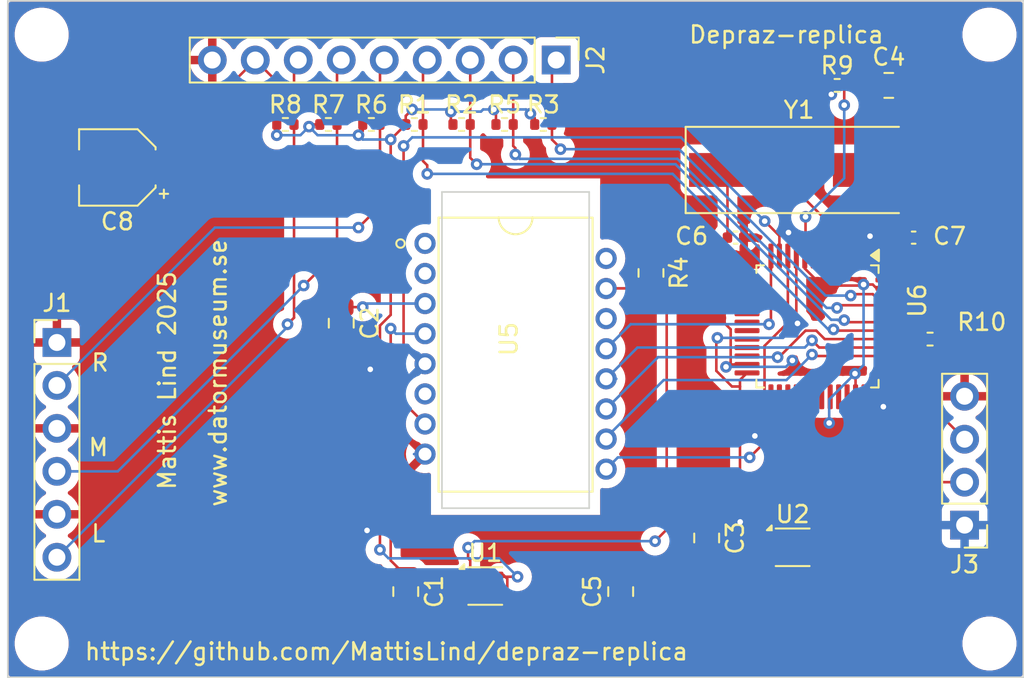
<source format=kicad_pcb>
(kicad_pcb (version 20240108) (generator "pcbnew") (generator_version "8.0")
  (layers (0 "F.Cu" signal) (31 "B.Cu" signal) (35 "F.Paste" user) (36 "B.SilkS" user "B.Silkscreen") (37 "F.SilkS" user "F.Silkscreen") (38 "B.Mask" user) (39 "F.Mask" user) (44 "Edge.Cuts" user))
  (net 0 "")
  (net 1 "GND")
  (net 2 "1.9V")
  (net 3 "Net-(U5-Vddpix)")
  (net 4 "+3.3V")
  (net 5 "Net-(U6-NRST)")
  (net 6 "+5V")
  (net 7 "Net-(U6-PD1)")
  (net 8 "Net-(U6-PD0)")
  (net 9 "Net-(J1-Pin_6)")
  (net 10 "Net-(J1-Pin_4)")
  (net 11 "Net-(J1-Pin_2)")
  (net 12 "Net-(J2-Pin_2)")
  (net 13 "Net-(J2-Pin_3)")
  (net 14 "Net-(J2-Pin_4)")
  (net 15 "Net-(J2-Pin_1)")
  (net 16 "Net-(J3-Pin_3)")
  (net 17 "Net-(J3-Pin_2)")
  (net 18 "Net-(U5-LED_P)")
  (net 24 "Net-(U5-MISO)")
  (net 26 "Net-(U5-NCS)")
  (net 29 "Net-(U5-MOTION)")
  (net 31 "Net-(U5-MOSI)")
  (net 32 "Net-(U5-NRESET)")
  (net 33 "Net-(U5-SCLK)")
  (net 57 "Net-(U6-BOOT0)")
  (footprint "Connector_PinHeader_2.54mm:PinHeader_1x06_P2.54mm_Vertical" (layer "F.Cu") (at 122.9 80.2)
    (property "Reference" "J1")
    (property "Value" "Switches")
  )
  (footprint "depraz_board:pmw3389" (layer "F.Cu") (at 150 80 -90)
    (property "Reference" "U5")
    (property "Value" "PMW3389DM")
  )
  (footprint "Crystal:Crystal_SMD_HC49-SD" (layer "F.Cu") (at 166.75 70)
    (property "Reference" "Y1")
    (property "Value" "Crystal")
  )
  (footprint "MountingHole:MountingHole_2.7mm_M2.5" (layer "F.Cu") (at 178 62)
    (property "Reference" "H3" (hide yes))
    (property "Value" "MountingHole" (hide yes))
  )
  (footprint "Resistor_SMD:R_0402_1005Metric" (layer "F.Cu") (at 149.35 67.31)
    (property "Reference" "R5")
    (property "Value" "2k")
  )
  (footprint "Connector_PinHeader_2.54mm:PinHeader_1x04_P2.54mm_Vertical" (layer "F.Cu") (at 176.53 91 180)
    (property "Reference" "J3")
    (property "Value" "SWD")
  )
  (footprint "Capacitor_SMD:C_0402_1005Metric" (layer "F.Cu") (at 163 74)
    (property "Reference" "C6")
    (property "Value" "20p")
  )
  (footprint "Capacitor_SMD:C_0805_2012Metric" (layer "F.Cu") (at 139.7 79.06 -90)
    (property "Reference" "C2")
    (property "Value" "4.7uF")
  )
  (footprint "Resistor_SMD:R_0402_1005Metric" (layer "F.Cu") (at 136.4 67.31)
    (property "Reference" "R8")
    (property "Value" "2k")
  )
  (footprint "Capacitor_SMD:C_0402_1005Metric" (layer "F.Cu") (at 173.52 74)
    (property "Reference" "C7")
    (property "Value" "20p")
  )
  (footprint "Capacitor_SMD:C_0805_2012Metric" (layer "F.Cu") (at 156.21 94.93 90)
    (property "Reference" "C5")
    (property "Value" "1u")
  )
  (footprint "Capacitor_SMD:C_0805_2012Metric" (layer "F.Cu") (at 143.51 94.93 -90)
    (property "Reference" "C1")
    (property "Value" "1u")
  )
  (footprint "Resistor_SMD:R_0402_1005Metric" (layer "F.Cu") (at 141.48 67.31)
    (property "Reference" "R6")
    (property "Value" "2k")
  )
  (footprint "Package_SON:WSON-6-1EP_2x2mm_P0.65mm_EP1x1.6mm" (layer "F.Cu") (at 166.37 92.31)
    (property "Reference" "U2")
    (property "Value" "TLV75533PDRV")
  )
  (footprint "Resistor_SMD:R_0402_1005Metric" (layer "F.Cu") (at 151.64 67.31)
    (property "Reference" "R3")
    (property "Value" "2k")
  )
  (footprint "MountingHole:MountingHole_2.7mm_M2.5" (layer "F.Cu") (at 178 98)
    (property "Reference" "H4" (hide yes))
    (property "Value" "MountingHole" (hide yes))
  )
  (footprint "Connector_PinHeader_2.54mm:PinHeader_1x09_P2.54mm_Vertical" (layer "F.Cu") (at 152.4 63.5 -90)
    (property "Reference" "J2")
    (property "Value" "Host")
  )
  (footprint "Resistor_SMD:R_0402_1005Metric" (layer "F.Cu") (at 174.49 80)
    (property "Reference" "R10")
    (property "Value" "2k")
  )
  (footprint "Capacitor_SMD:C_0805_2012Metric" (layer "F.Cu") (at 172.05 65)
    (property "Reference" "C4")
    (property "Value" "1u")
  )
  (footprint "Package_QFP:LQFP-48_7x7mm_P0.5mm" (layer "F.Cu") (at 167.8375 79.25 -90)
    (property "Reference" "U6")
    (property "Value" "STM32F103C8Tx")
  )
  (footprint "Resistor_SMD:R_0402_1005Metric" (layer "F.Cu") (at 138.94 67.31)
    (property "Reference" "R7")
    (property "Value" "2k")
  )
  (footprint "Capacitor_SMD:CP_Elec_4x5.4" (layer "F.Cu") (at 126.47 69.85 180)
    (property "Reference" "C8")
    (property "Value" "22u")
  )
  (footprint "Resistor_SMD:R_0402_1005Metric" (layer "F.Cu") (at 146.81 67.31)
    (property "Reference" "R2")
    (property "Value" "2k")
  )
  (footprint "Resistor_SMD:R_0402_1005Metric" (layer "F.Cu") (at 144.02 67.31)
    (property "Reference" "R1")
    (property "Value" "2k")
  )
  (footprint "Resistor_SMD:R_0805_2012Metric" (layer "F.Cu") (at 158 76.0875 -90)
    (property "Reference" "R4")
    (property "Value" "13")
  )
  (footprint "MountingHole:MountingHole_2.7mm_M2.5" (layer "F.Cu") (at 122 62)
    (property "Reference" "H2" (hide yes))
    (property "Value" "MountingHole" (hide yes))
  )
  (footprint "Capacitor_SMD:C_0805_2012Metric" (layer "F.Cu") (at 161.29 91.76 -90)
    (property "Reference" "C3")
    (property "Value" "1u")
  )
  (footprint "Package_SON:WSON-6-1EP_2x2mm_P0.65mm_EP1x1.6mm" (layer "F.Cu") (at 148.2075 94.6)
    (property "Reference" "U1")
    (property "Value" "TLV75519PDRV")
  )
  (footprint "MountingHole:MountingHole_2.7mm_M2.5" (layer "F.Cu") (at 122 98)
    (property "Reference" "H1" (hide yes))
    (property "Value" "MountingHole" (hide yes))
  )
  (footprint "Resistor_SMD:R_0402_1005Metric" (layer "F.Cu") (at 169 65)
    (property "Reference" "R9")
    (property "Value" "2k")
  )
  (gr_line (start 154.35 71.3) (end 154.35 90) (stroke (width 0.1)) (layer "Edge.Cuts"))
  (gr_line (start 120 100) (end 120 60) (stroke (width 0.1)) (layer "Edge.Cuts"))
  (gr_line (start 120 60) (end 180 60) (stroke (width 0.1)) (layer "Edge.Cuts"))
  (gr_line (start 154.35 90) (end 145.65 90) (stroke (width 0.1)) (layer "Edge.Cuts"))
  (gr_line (start 180 100) (end 120 100) (stroke (width 0.1)) (layer "Edge.Cuts"))
  (gr_line (start 145.65 90) (end 145.65 71.3) (stroke (width 0.1)) (layer "Edge.Cuts"))
  (gr_line (start 145.65 71.3) (end 154.35 71.3) (stroke (width 0.1)) (layer "Edge.Cuts"))
  (gr_line (start 180 60) (end 180 100) (stroke (width 0.1)) (layer "Edge.Cuts"))
  (gr_text "M" (at 125.35 86.4 0) (layer "F.SilkS") (effects (font (size 1 1))))
  (gr_text "R" (at 125.45 81.4 0) (layer "F.SilkS") (effects (font (size 1 1))))
  (gr_text "Depraz-replica" (at 166 62 0) (layer "F.SilkS") (effects (font (size 1 1))))
  (gr_text "www.datormuseum.se" (at 133 90 90) (layer "F.SilkS") (effects (font (size 1 1)) (justify left bottom)))
  (gr_text "L" (at 125.35 91.5 0) (layer "F.SilkS") (effects (font (size 1 1))))
  (gr_text "Mattis Lind 2025" (at 130 89 90) (layer "F.SilkS") (effects (font (size 1 1)) (justify left bottom)))
  (gr_text "https://github.com/MattisLind/depraz-replica" (at 124.46 99.06 0) (layer "F.SilkS") (effects (font (size 1 1)) (justify left bottom)))
  (segment (start 170.0875 82.0765) (end 170.053 82.042) (width 0.1524) (layer "F.Cu") (net 1))
  (segment (start 143.51 95.88) (end 143.51 97.0026) (width 0.1524) (layer "F.Cu") (net 1))
  (segment (start 148.971 92.8116) (end 148.971 92.0496) (width 0.1524) (layer "F.Cu") (net 1))
  (segment (start 170.28615 76.835) (end 168.097501 76.835) (width 0.1524) (layer "F.Cu") (net 1))
  (segment (start 171.102566 76.7715) (end 171.331066 77) (width 0.1524) (layer "F.Cu") (net 1))
  (segment (start 148.971 92.8116) (end 148.971 92.8841) (width 0.1524) (layer "F.Cu") (net 1))
  (segment (start 156.21 93.98) (end 156.1846 93.9546) (width 0.1524) (layer "F.Cu") (net 1))
  (segment (start 163.5506 92.71) (end 164.7444 93.9038) (width 0.1524) (layer "F.Cu") (net 1))
  (segment (start 175.7375 80) (end 175.86875 80.13125) (width 0.1524) (layer "F.Cu") (net 1))
  (segment (start 173 66.6248) (end 174 67.6248) (width 0.1524) (layer "F.Cu") (net 1))
  (segment (start 174 74) (end 174 77.841) (width 0.1524) (layer "F.Cu") (net 1))
  (segment (start 175.86875 78.613) (end 174.3505 78.613) (width 0.1524) (layer "F.Cu") (net 1))
  (segment (start 122.9 74.1532) (end 124.67 72.3832) (width 0.1524) (layer "F.Cu") (net 1))
  (segment (start 176.53 83.38) (end 176.53 80.792501) (width 0.1524) (layer "F.Cu") (net 1))
  (segment (start 166.353239 81.263239) (end 167.132 82.042) (width 0.1524) (layer "F.Cu") (net 1))
  (segment (start 151.892 93.9546) (end 150.749 92.8116) (width 0.1524) (layer "F.Cu") (net 1))
  (segment (start 148.971 92.0496) (end 148.1074 91.186) (width 0.1524) (layer "F.Cu") (net 1))
  (segment (start 143.51 97.0026) (end 143.6116 97.1042) (width 0.1524) (layer "F.Cu") (net 1))
  (segment (start 150.749 92.8116) (end 148.971 92.8116) (width 0.1524) (layer "F.Cu") (net 1))
  (segment (start 120.8532 80.2) (end 122.9 80.2) (width 0.1524) (layer "F.Cu") (net 1))
  (segment (start 167.132 82.042) (end 170.053 82.042) (width 0.1524) (layer "F.Cu") (net 1))
  (segment (start 143.6116 97.1042) (end 147.32 97.1042) (width 0.1524) (layer "F.Cu") (net 1))
  (segment (start 162.1282 78.8416) (end 162.7089 79.4223) (width 0.1524) (layer "F.Cu") (net 1))
  (segment (start 174 67.6248) (end 174 74) (width 0.1524) (layer "F.Cu") (net 1))
  (segment (start 143.6624 87.7876) (end 144.65 86.8) (width 0.1524) (layer "F.Cu") (net 1))
  (segment (start 170.34965 76.7715) (end 170.28615 76.835) (width 0.1524) (layer "F.Cu") (net 1))
  (segment (start 163.48 74) (end 163.48 74.8736) (width 0.1524) (layer "F.Cu") (net 1))
  (segment (start 170.0875 83.4125) (end 170.0875 82.0765) (width 0.1524) (layer "F.Cu") (net 1))
  (segment (start 173 65) (end 173 66.6248) (width 0.1524) (layer "F.Cu") (net 1))
  (segment (start 139.7 80.01) (end 139.7 95.88) (width 0.1524) (layer "F.Cu") (net 1))
  (segment (start 147.32 97.1042) (end 147.32 95.25) (width 0.1524) (layer "F.Cu") (net 1))
  (segment (start 176.53 80.792501) (end 175.86875 80.13125) (width 0.1524) (layer "F.Cu") (net 1))
  (segment (start 120.8532 90.36) (end 120.8532 85.28) (width 0.1524) (layer "F.Cu") (net 1))
  (segment (start 164.7444 93.9038) (end 165.3794 93.9038) (width 0.1524) (layer "F.Cu") (net 1))
  (segment (start 161.29 92.71) (end 163.5506 92.71) (width 0.1524) (layer "F.Cu") (net 1))
  (segment (start 148.971 92.8841) (end 148.2075 93.6476) (width 0.1524) (layer "F.Cu") (net 1))
  (segment (start 124.67 72.3832) (end 124.67 69.85) (width 0.1524) (layer "F.Cu") (net 1))
  (segment (start 161.163 93.98) (end 161.29 93.853) (width 0.1524) (layer "F.Cu") (net 1))
  (segment (start 127.9398 63.5) (end 132.08 63.5) (width 0.1524) (layer "F.Cu") (net 1))
  (segment (start 170.561 76.7715) (end 171.102566 76.7715) (width 0.1524) (layer "F.Cu") (net 1))
  (segment (start 162.7089 79.4223) (end 162.7089 81.365574) (width 0.1524) (layer "F.Cu") (net 1))
  (segment (start 161.29 93.853) (end 161.29 92.71) (width 0.1524) (layer "F.Cu") (net 1))
  (segment (start 122.9 90.36) (end 120.8532 90.36) (width 0.1524) (layer "F.Cu") (net 1))
  (segment (start 122.9 85.28) (end 120.8532 85.28) (width 0.1524) (layer "F.Cu") (net 1))
  (segment (start 175 80) (end 175.7375 80) (width 0.1524) (layer "F.Cu") (net 1))
  (segment (start 120.8532 85.28) (end 120.8532 80.2) (width 0.1524) (layer "F.Cu") (net 1))
  (segment (start 175.86875 80.13125) (end 175.86875 78.613) (width 0.1524) (layer "F.Cu") (net 1))
  (segment (start 156.1846 93.9546) (end 151.892 93.9546) (width 0.1524) (layer "F.Cu") (net 1))
  (segment (start 143.6624 89.535) (end 143.6624 87.7876) (width 0.1524) (layer "F.Cu") (net 1))
  (segment (start 145.3134 91.186) (end 143.6624 89.535) (width 0.1524) (layer "F.Cu") (net 1))
  (segment (start 122.9 80.2) (end 139.51 80.2) (width 0.1524) (layer "F.Cu") (net 1))
  (segment (start 166.37 92.31) (end 166.37 87.122) (width 0.1524) (layer "F.Cu") (net 1))
  (segment (start 165.4825 93.8007) (end 165.4825 92.96) (width 0.1524) (layer "F.Cu") (net 1))
  (segment (start 174 77.841) (end 173.78925 78.05175) (width 0.1524) (layer "F.Cu") (net 1))
  (segment (start 139.7 95.88) (end 143.51 95.88) (width 0.1524) (layer "F.Cu") (net 1))
  (segment (start 174.3505 78.613) (end 173.78925 78.05175) (width 0.1524) (layer "F.Cu") (net 1))
  (segment (start 171.331066 77) (end 172 77) (width 0.1524) (layer "F.Cu") (net 1))
  (segment (start 156.21 93.98) (end 161.163 93.98) (width 0.1524) (layer "F.Cu") (net 1))
  (segment (start 162.574474 81.5) (end 162.433 81.641474) (width 0.1524) (layer "F.Cu") (net 1))
  (segment (start 165.3794 93.9038) (end 165.4825 93.8007) (width 0.1524) (layer "F.Cu") (net 1))
  (segment (start 172.737499 77) (end 172 77) (width 0.1524) (layer "F.Cu") (net 1))
  (segment (start 148.1074 91.186) (end 145.3134 91.186) (width 0.1524) (layer "F.Cu") (net 1))
  (segment (start 167.0875 75.824999) (end 167.0875 75.0875) (width 0.1524) (layer "F.Cu") (net 1))
  (segment (start 166.37 87.122) (end 168.529 84.963) (width 0.1524) (layer "F.Cu") (net 1))
  (segment (start 124.67 66.7698) (end 127.9398 63.5) (width 0.1524) (layer "F.Cu") (net 1))
  (segment (start 148.2075 93.6476) (end 148.2075 94.6) (width 0.1524) (layer "F.Cu") (net 1))
  (segment (start 163.675 81.5) (end 162.574474 81.5) (width 0.1524) (layer "F.Cu") (net 1))
  (segment (start 162.7089 81.365574) (end 162.433 81.641474) (width 0.1524) (layer "F.Cu") (net 1))
  (segment (start 168.097501 76.835) (end 167.0875 75.824999) (width 0.1524) (layer "F.Cu") (net 1))
  (segment (start 139.51 80.2) (end 139.7 80.01) (width 0.1524) (layer "F.Cu") (net 1))
  (segment (start 124.67 69.85) (end 124.67 66.7698) (width 0.1524) (layer "F.Cu") (net 1))
  (segment (start 122.9 80.2) (end 122.9 74.1532) (width 0.1524) (layer "F.Cu") (net 1))
  (segment (start 173.78925 78.05175) (end 172.737499 77) (width 0.1524) (layer "F.Cu") (net 1))
  (segment (start 163.48 74.8736) (end 162.1282 76.2254) (width 0.1524) (layer "F.Cu") (net 1))
  (segment (start 170.561 76.7715) (end 170.34965 76.7715) (width 0.1524) (layer "F.Cu") (net 1))
  (segment (start 162.1282 76.2254) (end 162.1282 78.8416) (width 0.1524) (layer "F.Cu") (net 1))
  (via (at 162.433 81.641474) (size 0.6858) (drill 0.3302) (layers "F.Cu" "B.Cu") (net 1))
  (via (at 166.353239 81.263239) (size 0.6858) (drill 0.3302) (layers "F.Cu" "B.Cu") (net 1))
  (via (at 170.561 76.7715) (size 0.6858) (drill 0.3302) (layers "F.Cu" "B.Cu") (net 1))
  (via (at 170.053 82.042) (size 0.6858) (drill 0.3302) (layers "F.Cu" "B.Cu") (net 1))
  (via (at 168.529 84.963) (size 0.6858) (drill 0.3302) (layers "F.Cu" "B.Cu") (net 1))
  (segment (start 165.975004 81.641474) (end 166.353239 81.263239) (width 0.1524) (layer "B.Cu") (net 1))
  (segment (start 168.529 84.963) (end 168.529 83.566) (width 0.1524) (layer "B.Cu") (net 1))
  (segment (start 170.561 81.534) (end 170.053 82.042) (width 0.1524) (layer "B.Cu") (net 1))
  (segment (start 168.529 83.566) (end 170.053 82.042) (width 0.1524) (layer "B.Cu") (net 1))
  (segment (start 170.561 76.7715) (end 170.561 81.534) (width 0.1524) (layer "B.Cu") (net 1))
  (segment (start 144.65 86.8) (end 144 86.8) (width 0.1524) (layer "B.Cu") (net 1))
  (segment (start 162.433 81.641474) (end 165.975004 81.641474) (width 0.1524) (layer "B.Cu") (net 1))
  (segment (start 143.51 93.98) (end 142.621 93.091) (width 0.1524) (layer "F.Cu") (net 2))
  (segment (start 158 75.175) (end 158.9286 76.1036) (width 0.1524) (layer "F.Cu") (net 2))
  (segment (start 142.621 93.091) (end 142.621 79.375) (width 0.1524) (layer "F.Cu") (net 2))
  (segment (start 147.32 93.091) (end 147.32 93.95) (width 0.1524) (layer "F.Cu") (net 2))
  (segment (start 158.9286 91.2614) (end 158.242 91.948) (width 0.1524) (layer "F.Cu") (net 2))
  (segment (start 147.193 92.964) (end 147.32 93.091) (width 0.1524) (layer "F.Cu") (net 2))
  (segment (start 147.193 92.329) (end 147.193 92.964) (width 0.1524) (layer "F.Cu") (net 2))
  (segment (start 158.9286 76.1036) (end 158.9286 91.2614) (width 0.1524) (layer "F.Cu") (net 2))
  (segment (start 143.54 93.95) (end 143.51 93.98) (width 0.1524) (layer "F.Cu") (net 2))
  (segment (start 147.32 93.95) (end 143.54 93.95) (width 0.1524) (layer "F.Cu") (net 2))
  (via (at 142.621 79.375) (size 0.6858) (drill 0.3302) (layers "F.Cu" "B.Cu") (net 2))
  (via (at 147.193 92.329) (size 0.6858) (drill 0.3302) (layers "F.Cu" "B.Cu") (net 2))
  (via (at 158.242 91.948) (size 0.6858) (drill 0.3302) (layers "F.Cu" "B.Cu") (net 2))
  (segment (start 147.574 91.948) (end 147.193 92.329) (width 0.1524) (layer "B.Cu") (net 2))
  (segment (start 142.621 79.375) (end 142.926 79.68) (width 0.1524) (layer "B.Cu") (net 2))
  (segment (start 142.926 79.68) (end 144.65 79.68) (width 0.1524) (layer "B.Cu") (net 2))
  (segment (start 158.242 91.948) (end 147.574 91.948) (width 0.1524) (layer "B.Cu") (net 2))
  (segment (start 139.7 78.11) (end 140.965 78.11) (width 0.1524) (layer "F.Cu") (net 3))
  (segment (start 140.965 78.11) (end 140.97 78.105) (width 0.1524) (layer "F.Cu") (net 3))
  (via (at 140.97 78.105) (size 0.6858) (drill 0.3302) (layers "F.Cu" "B.Cu") (net 3))
  (segment (start 140.97 78.105) (end 141.175 77.9) (width 0.1524) (layer "B.Cu") (net 3))
  (segment (start 141.175 77.9) (end 144.65 77.9) (width 0.1524) (layer "B.Cu") (net 3))
  (segment (start 166.124677 73.698425) (end 166.5875 74.161248) (width 0.1524) (layer "F.Cu") (net 4))
  (segment (start 171.1728 83.9978) (end 170.5875 83.4125) (width 0.1524) (layer "F.Cu") (net 4))
  (segment (start 166.5875 74.161248) (end 166.5875 75.0875) (width 0.1524) (layer "F.Cu") (net 4))
  (segment (start 141.4145 91.1225) (end 141.224 91.313) (width 0.1524) (layer "F.Cu") (net 4))
  (segment (start 163.2585 82.4165) (end 163.2585 82.804) (width 0.1524) (layer "F.Cu") (net 4))
  (segment (start 171.7294 83.9978) (end 171.1728 83.9978) (width 0.1524) (layer "F.Cu") (net 4))
  (segment (start 162.787302 82.804) (end 163.2585 82.804) (width 0.1524) (layer "F.Cu") (net 4))
  (segment (start 161.8615 81.878198) (end 162.787302 82.804) (width 0.1524) (layer "F.Cu") (net 4))
  (segment (start 161.29 90.81) (end 163.2712 90.81) (width 0.1524) (layer "F.Cu") (net 4))
  (segment (start 163.2585 90.7465) (end 163.322 90.81) (width 0.1524) (layer "F.Cu") (net 4))
  (segment (start 170.5875 74.2685) (end 170.942 73.914) (width 0.1524) (layer "F.Cu") (net 4))
  (segment (start 163.675 82) (end 163.2585 82.4165) (width 0.1524) (layer "F.Cu") (net 4))
  (segment (start 166.5875 79.001389) (end 166.5875 75.0875) (width 0.1524) (layer "F.Cu") (net 4))
  (segment (start 163.2585 82.804) (end 163.2585 85.725) (width 0.1524) (layer "F.Cu") (net 4))
  (segment (start 168.656 65.166) (end 168.49 65) (width 0.1524) (layer "F.Cu") (net 4))
  (segment (start 163.2585 85.725) (end 163.2585 90.7465) (width 0.1524) (layer "F.Cu") (net 4))
  (segment (start 163.322 90.81) (end 164.6325 90.81) (width 0.1524) (layer "F.Cu") (net 4))
  (segment (start 163.2585 85.725) (end 164.1374 85.725) (width 0.1524) (layer "F.Cu") (net 4))
  (segment (start 164.6325 90.81) (end 165.4825 91.66) (width 0.1524) (layer "F.Cu") (net 4))
  (segment (start 161.925 79.926974) (end 161.8615 79.990474) (width 0.1524) (layer "F.Cu") (net 4))
  (segment (start 170.5875 75.0875) (end 172 76.5) (width 0.1524) (layer "F.Cu") (net 4))
  (segment (start 163.2712 90.81) (end 163.322 90.81) (width 0.1524) (layer "F.Cu") (net 4))
  (segment (start 161.8615 79.990474) (end 161.8615 81.878198) (width 0.1524) (layer "F.Cu") (net 4))
  (segment (start 166.656952 79.070841) (end 166.5875 79.001389) (width 0.1524) (layer "F.Cu") (net 4))
  (segment (start 141.4145 81.788) (end 141.4145 91.1225) (width 0.1524) (layer "F.Cu") (net 4))
  (segment (start 170.5875 75.0875) (end 170.5875 74.2685) (width 0.1524) (layer "F.Cu") (net 4))
  (segment (start 168.656 65.532) (end 168.656 65.166) (width 0.1524) (layer "F.Cu") (net 4))
  (via (at 166.656952 79.070841) (size 0.6858) (drill 0.3302) (layers "F.Cu" "B.Cu") (net 4))
  (via (at 141.4145 81.788) (size 0.6858) (drill 0.3302) (layers "F.Cu" "B.Cu") (net 4))
  (via (at 164.1374 85.725) (size 0.6858) (drill 0.3302) (layers "F.Cu" "B.Cu") (net 4))
  (via (at 141.224 91.313) (size 0.6858) (drill 0.3302) (layers "F.Cu" "B.Cu") (net 4))
  (via (at 170.942 73.914) (size 0.6858) (drill 0.3302) (layers "F.Cu" "B.Cu") (net 4))
  (via (at 161.925 79.926974) (size 0.6858) (drill 0.3302) (layers "F.Cu" "B.Cu") (net 4))
  (via (at 163.2712 90.81) (size 0.6858) (drill 0.3302) (layers "F.Cu" "B.Cu") (net 4))
  (via (at 168.656 65.532) (size 0.6858) (drill 0.3302) (layers "F.Cu" "B.Cu") (net 4))
  (via (at 166.124677 73.698425) (size 0.6858) (drill 0.3302) (layers "F.Cu" "B.Cu") (net 4))
  (via (at 171.7294 83.9978) (size 0.6858) (drill 0.3302) (layers "F.Cu" "B.Cu") (net 4))
  (segment (start 141.224 91.313) (end 141.732 90.805) (width 0.1524) (layer "B.Cu") (net 4))
  (segment (start 144.65 81.46) (end 143.9366 80.7466) (width 0.1524) (layer "B.Cu") (net 4))
  (segment (start 169.7355 64.4525) (end 168.656 65.532) (width 0.1524) (layer "B.Cu") (net 4))
  (segment (start 170.942 65.659) (end 169.7355 64.4525) (width 0.1524) (layer "B.Cu") (net 4))
  (segment (start 166.656952 79.070841) (end 165.800819 79.926974) (width 0.1524) (layer "B.Cu") (net 4))
  (segment (start 161.6964 90.805) (end 164.973 87.5284) (width 0.1524) (layer "B.Cu") (net 4))
  (segment (start 171.7294 83.9978) (end 171.7294 88.6714) (width 0.1524) (layer "B.Cu") (net 4))
  (segment (start 164.5692 86.1568) (end 164.1374 85.725) (width 0.1524) (layer "B.Cu") (net 4))
  (segment (start 141.732 90.805) (end 161.6964 90.805) (width 0.1524) (layer "B.Cu") (net 4))
  (segment (start 166.124677 73.698425) (end 166.289452 73.8632) (width 0.1524) (layer "B.Cu") (net 4))
  (segment (start 170.942 73.914) (end 170.942 65.659) (width 0.1524) (layer "B.Cu") (net 4))
  (segment (start 165.800819 79.926974) (end 161.925 79.926974) (width 0.1524) (layer "B.Cu") (net 4))
  (segment (start 166.289452 73.8632) (end 170.8912 73.8632) (width 0.1524) (layer "B.Cu") (net 4))
  (segment (start 174.058 91) (end 176.53 91) (width 0.1524) (layer "B.Cu") (net 4))
  (segment (start 170.8912 73.8632) (end 170.942 73.914) (width 0.1524) (layer "B.Cu") (net 4))
  (segment (start 171.7294 88.6714) (end 174.058 91) (width 0.1524) (layer "B.Cu") (net 4))
  (segment (start 169.5704 86.1568) (end 164.5692 86.1568) (width 0.1524) (layer "B.Cu") (net 4))
  (segment (start 142.4559 80.7466) (end 141.4145 81.788) (width 0.1524) (layer "B.Cu") (net 4))
  (segment (start 143.9366 80.7466) (end 142.4559 80.7466) (width 0.1524) (layer "B.Cu") (net 4))
  (segment (start 164.973 87.5284) (end 164.973 86.5606) (width 0.1524) (layer "B.Cu") (net 4))
  (segment (start 164.973 86.5606) (end 164.1374 85.725) (width 0.1524) (layer "B.Cu") (net 4))
  (segment (start 171.7294 83.9978) (end 169.5704 86.1568) (width 0.1524) (layer "B.Cu") (net 4))
  (segment (start 167.132 73.894501) (end 167.5875 74.350001) (width 0.1524) (layer "F.Cu") (net 5))
  (segment (start 169.51 65) (end 171.1 65) (width 0.1524) (layer "F.Cu") (net 5))
  (segment (start 169.418 65.092) (end 169.51 65) (width 0.1524) (layer "F.Cu") (net 5))
  (segment (start 167.5875 74.350001) (end 167.5875 75.0875) (width 0.1524) (layer "F.Cu") (net 5))
  (segment (start 169.418 66.167) (end 169.418 65.092) (width 0.1524) (layer "F.Cu") (net 5))
  (segment (start 167.132 72.771) (end 167.132 73.894501) (width 0.1524) (layer "F.Cu") (net 5))
  (via (at 169.418 66.167) (size 0.6858) (drill 0.3302) (layers "F.Cu" "B.Cu") (net 5))
  (via (at 167.132 72.771) (size 0.6858) (drill 0.3302) (layers "F.Cu" "B.Cu") (net 5))
  (segment (start 169.418 70.485001) (end 169.418 66.167) (width 0.1524) (layer "B.Cu") (net 5))
  (segment (start 167.132 72.771) (end 167.132001 72.771) (width 0.1524) (layer "B.Cu") (net 5))
  (segment (start 167.132001 72.771) (end 169.418 70.485001) (width 0.1524) (layer "B.Cu") (net 5))
  (segment (start 164.5572 95.88) (end 167.2575 93.1797) (width 0.1524) (layer "F.Cu") (net 6))
  (segment (start 149.095 93.95) (end 149.282499 93.95) (width 0.1524) (layer "F.Cu") (net 6))
  (segment (start 143.51 67.31) (end 142.621 68.199) (width 0.1524) (layer "F.Cu") (net 6))
  (segment (start 167.6736 92.731399) (end 167.6736 91.888601) (width 0.1524) (layer "F.Cu") (net 6))
  (segment (start 135.89 64.77) (end 135.89 67.31) (width 0.1524) (layer "F.Cu") (net 6))
  (segment (start 142.621 68.199) (end 142.621 78.566776) (width 0.1524) (layer "F.Cu") (net 6))
  (segment (start 141.986 79.201776) (end 141.986 92.456) (width 0.1524) (layer "F.Cu") (net 6))
  (segment (start 148.84 67.31) (end 148.84 66.544) (width 0.1524) (layer "F.Cu") (net 6))
  (segment (start 151.13 67.31) (end 151.13 66.929) (width 0.1524) (layer "F.Cu") (net 6))
  (segment (start 137.922 67.31) (end 137.795 67.437) (width 0.1524) (layer "F.Cu") (net 6))
  (segment (start 156.21 95.88) (end 164.5572 95.88) (width 0.1524) (layer "F.Cu") (net 6))
  (segment (start 135.89 67.945) (end 135.89 67.31) (width 0.1524) (layer "F.Cu") (net 6))
  (segment (start 167.6736 91.888601) (end 167.444999 91.66) (width 0.1524) (layer "F.Cu") (net 6))
  (segment (start 149.282499 93.95) (end 149.5111 94.178601) (width 0.1524) (layer "F.Cu") (net 6))
  (segment (start 156.21 95.88) (end 149.725 95.88) (width 0.1524) (layer "F.Cu") (net 6))
  (segment (start 146.177 66.548) (end 146.177 67.187) (width 0.1524) (layer "F.Cu") (net 6))
  (segment (start 138.43 67.31) (end 137.922 67.31) (width 0.1524) (layer "F.Cu") (net 6))
  (segment (start 149.5111 95.0909) (end 149.352 95.25) (width 0.1524) (layer "F.Cu") (net 6))
  (segment (start 150.114 94.051562) (end 149.196562 94.051562) (width 0.1524) (layer "F.Cu") (net 6))
  (segment (start 167.444999 91.66) (end 167.2575 91.66) (width 0.1524) (layer "F.Cu") (net 6))
  (segment (start 140.97 67.31) (end 140.97 67.691) (width 0.1524) (layer "F.Cu") (net 6))
  (segment (start 134.62 63.5) (end 128.27 69.85) (width 0.1524) (layer "F.Cu") (net 6))
  (segment (start 167.444999 92.96) (end 167.6736 92.731399) (width 0.1524) (layer "F.Cu") (net 6))
  (segment (start 143.51 67.31) (end 143.51 66.802) (width 0.1524) (layer "F.Cu") (net 6))
  (segment (start 142.621 78.566776) (end 141.986 79.201776) (width 0.1524) (layer "F.Cu") (net 6))
  (segment (start 149.196562 94.051562) (end 149.095 93.95) (width 0.1524) (layer "F.Cu") (net 6))
  (segment (start 167.2575 92.96) (end 167.444999 92.96) (width 0.1524) (layer "F.Cu") (net 6))
  (segment (start 167.2575 93.1797) (end 167.2575 92.96) (width 0.1524) (layer "F.Cu") (net 6))
  (segment (start 146.177 67.187) (end 146.3 67.31) (width 0.1524) (layer "F.Cu") (net 6))
  (segment (start 149.725 95.88) (end 149.095 95.25) (width 0.1524) (layer "F.Cu") (net 6))
  (segment (start 148.84 66.544) (end 148.717 66.421) (width 0.1524) (layer "F.Cu") (net 6))
  (segment (start 149.5111 94.178601) (end 149.5111 95.0909) (width 0.1524) (layer "F.Cu") (net 6))
  (segment (start 140.97 67.691) (end 140.716 67.945) (width 0.1524) (layer "F.Cu") (net 6))
  (segment (start 149.352 95.25) (end 149.095 95.25) (width 0.1524) (layer "F.Cu") (net 6))
  (segment (start 151.13 66.929) (end 150.876 66.675) (width 0.1524) (layer "F.Cu") (net 6))
  (segment (start 134.62 63.5) (end 135.89 64.77) (width 0.1524) (layer "F.Cu") (net 6))
  (segment (start 143.51 66.802) (end 143.891 66.421) (width 0.1524) (layer "F.Cu") (net 6))
  (via (at 135.89 67.945) (size 0.6858) (drill 0.3302) (layers "F.Cu" "B.Cu") (net 6))
  (via (at 142.621 68.199) (size 0.6858) (drill 0.3302) (layers "F.Cu" "B.Cu") (net 6))
  (via (at 146.177 66.548) (size 0.6858) (drill 0.3302) (layers "F.Cu" "B.Cu") (net 6))
  (via (at 137.795 67.437) (size 0.6858) (drill 0.3302) (layers "F.Cu" "B.Cu") (net 6))
  (via (at 150.876 66.675) (size 0.6858) (drill 0.3302) (layers "F.Cu" "B.Cu") (net 6))
  (via (at 140.716 67.945) (size 0.6858) (drill 0.3302) (layers "F.Cu" "B.Cu") (net 6))
  (via (at 148.717 66.421) (size 0.6858) (drill 0.3302) (layers "F.Cu" "B.Cu") (net 6))
  (via (at 141.986 92.456) (size 0.6858) (drill 0.3302) (layers "F.Cu" "B.Cu") (net 6))
  (via (at 150.114 94.051562) (size 0.6858) (drill 0.3302) (layers "F.Cu" "B.Cu") (net 6))
  (via (at 143.891 66.421) (size 0.6858) (drill 0.3302) (layers "F.Cu" "B.Cu") (net 6))
  (segment (start 140.97 68.199) (end 140.716 67.945) (width 0.1524) (layer "B.Cu") (net 6))
  (segment (start 142.621 68.199) (end 140.97 68.199) (width 0.1524) (layer "B.Cu") (net 6))
  (segment (start 138.303 67.945) (end 137.795 67.437) (width 0.1524) (layer "B.Cu") (net 6))
  (segment (start 137.795 67.437) (end 137.287 67.945) (width 0.1524) (layer "B.Cu") (net 6))
  (segment (start 137.287 67.945) (end 135.89 67.945) (width 0.1524) (layer "B.Cu") (net 6))
  (segment (start 148.717 66.421) (end 148.082 66.421) (width 0.1524) (layer "B.Cu") (net 6))
  (segment (start 140.716 67.945) (end 138.303 67.945) (width 0.1524) (layer "B.Cu") (net 6))
  (segment (start 149.026438 92.964) (end 150.114 94.051562) (width 0.1524) (layer "B.Cu") (net 6))
  (segment (start 143.891 66.421) (end 146.05 66.421) (width 0.1524) (layer "B.Cu") (net 6))
  (segment (start 150.622 66.421) (end 148.717 66.421) (width 0.1524) (layer "B.Cu") (net 6))
  (segment (start 142.494 92.964) (end 149.026438 92.964) (width 0.1524) (layer "B.Cu") (net 6))
  (segment (start 147.955 66.548) (end 146.177 66.548) (width 0.1524) (layer "B.Cu") (net 6))
  (segment (start 141.986 92.456) (end 142.494 92.964) (width 0.1524) (layer "B.Cu") (net 6))
  (segment (start 148.082 66.421) (end 147.955 66.548) (width 0.1524) (layer "B.Cu") (net 6))
  (segment (start 150.876 66.675) (end 150.622 66.421) (width 0.1524) (layer "B.Cu") (net 6))
  (segment (start 146.05 66.421) (end 146.177 66.548) (width 0.1524) (layer "B.Cu") (net 6))
  (segment (start 162.52 74) (end 162.52 70.02) (width 0.1524) (layer "F.Cu") (net 7))
  (segment (start 165.377 70) (end 162.5 70) (width 0.1524) (layer "F.Cu") (net 7))
  (segment (start 168.0875 72.7105) (end 165.377 70) (width 0.1524) (layer "F.Cu") (net 7))
  (segment (start 168.0875 75.0875) (end 168.0875 72.7105) (width 0.1524) (layer "F.Cu") (net 7))
  (segment (start 162.52 70.02) (end 162.5 70) (width 0.1524) (layer "F.Cu") (net 7))
  (segment (start 173.04 74) (end 171 71.96) (width 0.1524) (layer "F.Cu") (net 8))
  (segment (start 168.5875 75.0875) (end 168.5875 74.350001) (width 0.1524) (layer "F.Cu") (net 8))
  (segment (start 171 71.96) (end 171 71.937501) (width 0.1524) (layer "F.Cu") (net 8))
  (segment (start 171 71.937501) (end 171 70) (width 0.1524) (layer "F.Cu") (net 8))
  (segment (start 168.5875 74.350001) (end 171 71.937501) (width 0.1524) (layer "F.Cu") (net 8))
  (segment (start 136.91 67.31) (end 136.91 63.75) (width 0.1524) (layer "F.Cu") (net 9))
  (segment (start 136.91 78.736) (end 136.525 79.121) (width 0.1524) (layer "F.Cu") (net 9))
  (segment (start 136.91 67.31) (end 136.91 78.736) (width 0.1524) (layer "F.Cu") (net 9))
  (segment (start 136.91 63.75) (end 137.16 63.5) (width 0.1524) (layer "F.Cu") (net 9))
  (via (at 136.525 79.121) (size 0.6858) (drill 0.3302) (layers "F.Cu" "B.Cu") (net 9))
  (segment (start 136.525 79.121) (end 136.525 79.275) (width 0.1524) (layer "B.Cu") (net 9))
  (segment (start 136.525 79.275) (end 122.9 92.9) (width 0.1524) (layer "B.Cu") (net 9))
  (segment (start 139.45 67.31) (end 139.45 74.8665) (width 0.1524) (layer "F.Cu") (net 10))
  (segment (start 139.45 67.31) (end 139.45 63.75) (width 0.1524) (layer "F.Cu") (net 10))
  (segment (start 139.45 74.8665) (end 137.4815 76.835) (width 0.1524) (layer "F.Cu") (net 10))
  (segment (start 139.45 63.75) (end 139.7 63.5) (width 0.1524) (layer "F.Cu") (net 10))
  (via (at 137.4815 76.835) (size 0.6858) (drill 0.3302) (layers "F.Cu" "B.Cu") (net 10))
  (segment (start 126.4965 87.82) (end 122.9 87.82) (width 0.1524) (layer "B.Cu") (net 10))
  (segment (start 137.4815 76.835) (end 126.4965 87.82) (width 0.1524) (layer "B.Cu") (net 10))
  (segment (start 141.99 67.31) (end 141.99 63.75) (width 0.1524) (layer "F.Cu") (net 11))
  (segment (start 141.99 72.132) (end 140.716 73.406) (width 0.1524) (layer "F.Cu") (net 11))
  (segment (start 141.99 63.75) (end 142.24 63.5) (width 0.1524) (layer "F.Cu") (net 11))
  (segment (start 141.99 67.31) (end 141.99 72.132) (width 0.1524) (layer "F.Cu") (net 11))
  (via (at 140.716 73.406) (size 0.6858) (drill 0.3302) (layers "F.Cu" "B.Cu") (net 11))
  (segment (start 140.716 73.406) (end 132.234 73.406) (width 0.1524) (layer "B.Cu") (net 11))
  (segment (start 132.234 73.406) (end 122.9 82.74) (width 0.1524) (layer "B.Cu") (net 11))
  (segment (start 149.86 67.31) (end 149.86 63.5) (width 0.1524) (layer "F.Cu") (net 12))
  (segment (start 149.86 68.58) (end 149.86 67.31) (width 0.1524) (layer "F.Cu") (net 12))
  (segment (start 149.987 69.088) (end 149.987 68.707) (width 0.1524) (layer "F.Cu") (net 12))
  (segment (start 169.148152 78) (end 172 78) (width 0.1524) (layer "F.Cu") (net 12))
  (segment (start 168.992362 78.15579) (end 169.148152 78) (width 0.1524) (layer "F.Cu") (net 12))
  (segment (start 149.987 68.707) (end 149.86 68.58) (width 0.1524) (layer "F.Cu") (net 12))
  (via (at 168.992362 78.15579) (size 0.6858) (drill 0.3302) (layers "F.Cu" "B.Cu") (net 12))
  (via (at 149.987 69.088) (size 0.6858) (drill 0.3302) (layers "F.Cu" "B.Cu") (net 12))
  (segment (start 159.562052 69.342) (end 150.241 69.342) (width 0.1524) (layer "B.Cu") (net 12))
  (segment (start 168.992362 78.15579) (end 168.375842 78.15579) (width 0.1524) (layer "B.Cu") (net 12))
  (segment (start 150.241 69.342) (end 149.987 69.088) (width 0.1524) (layer "B.Cu") (net 12))
  (segment (start 168.375842 78.15579) (end 159.562052 69.342) (width 0.1524) (layer "B.Cu") (net 12))
  (segment (start 169.536948 79) (end 172 79) (width 0.1524) (layer "F.Cu") (net 13))
  (segment (start 147.32 67.31) (end 147.32 69.2785) (width 0.1524) (layer "F.Cu") (net 13))
  (segment (start 147.32 67.31) (end 147.32 63.5) (width 0.1524) (layer "F.Cu") (net 13))
  (segment (start 169.416003 78.879055) (end 169.536948 79) (width 0.1524) (layer "F.Cu") (net 13))
  (segment (start 147.32 69.2785) (end 147.701 69.6595) (width 0.1524) (layer "F.Cu") (net 13))
  (via (at 169.416003 78.879055) (size 0.6858) (drill 0.3302) (layers "F.Cu" "B.Cu") (net 13))
  (via (at 147.701 69.6595) (size 0.6858) (drill 0.3302) (layers "F.Cu" "B.Cu") (net 13))
  (segment (start 159.4485 69.6595) (end 147.701 69.6595) (width 0.1524) (layer "B.Cu") (net 13))
  (segment (start 169.416003 78.879055) (end 169.041779 78.879055) (width 0.1524) (layer "B.Cu") (net 13))
  (segment (start 169.041779 78.879055) (end 169.019724 78.857) (width 0.1524) (layer "B.Cu") (net 13))
  (segment (start 168.646 78.857) (end 159.4485 69.6595) (width 0.1524) (layer "B.Cu") (net 13))
  (segment (start 169.019724 78.857) (end 168.646 78.857) (width 0.1524) (layer "B.Cu") (net 13))
  (segment (start 144.53 69.473) (end 144.53 67.31) (width 0.1524) (layer "F.Cu") (net 14))
  (segment (start 144.78 69.723) (end 144.53 69.473) (width 0.1524) (layer "F.Cu") (net 14))
  (segment (start 168.8545 79.5) (end 172 79.5) (width 0.1524) (layer "F.Cu") (net 14))
  (segment (start 144.53 63.75) (end 144.78 63.5) (width 0.1524) (layer "F.Cu") (net 14))
  (segment (start 144.53 67.31) (end 144.53 63.75) (width 0.1524) (layer "F.Cu") (net 14))
  (segment (start 168.783 79.4285) (end 168.8545 79.5) (width 0.1524) (layer "F.Cu") (net 14))
  (segment (start 144.78 70.231) (end 144.78 69.723) (width 0.1524) (layer "F.Cu") (net 14))
  (via (at 144.78 70.231) (size 0.6858) (drill 0.3302) (layers "F.Cu" "B.Cu") (net 14))
  (via (at 168.783 79.4285) (size 0.6858) (drill 0.3302) (layers "F.Cu" "B.Cu") (net 14))
  (segment (start 168.783 79.4285) (end 168.475026 79.4285) (width 0.1524) (layer "B.Cu") (net 14))
  (segment (start 168.475026 79.4285) (end 159.277526 70.231) (width 0.1524) (layer "B.Cu") (net 14))
  (segment (start 159.277526 70.231) (end 144.78 70.231) (width 0.1524) (layer "B.Cu") (net 14))
  (segment (start 152.654 68.7705) (end 152.654 68.707) (width 0.1524) (layer "F.Cu") (net 15))
  (segment (start 152.15 67.31) (end 152.15 63.75) (width 0.1524) (layer "F.Cu") (net 15))
  (segment (start 171.262501 77.5) (end 172 77.5) (width 0.1524) (layer "F.Cu") (net 15))
  (segment (start 152.15 68.203) (end 152.15 67.31) (width 0.1524) (layer "F.Cu") (net 15))
  (segment (start 152.15 63.75) (end 152.4 63.5) (width 0.1524) (layer "F.Cu") (net 15))
  (segment (start 171.105501 77.343) (end 171.262501 77.5) (width 0.1524) (layer "F.Cu") (net 15))
  (segment (start 152.654 68.707) (end 152.15 68.203) (width 0.1524) (layer "F.Cu") (net 15))
  (segment (start 169.8845 77.343) (end 171.105501 77.343) (width 0.1524) (layer "F.Cu") (net 15))
  (segment (start 169.799 77.4285) (end 169.8845 77.343) (width 0.1524) (layer "F.Cu") (net 15))
  (via (at 152.654 68.7705) (size 0.6858) (drill 0.3302) (layers "F.Cu" "B.Cu") (net 15))
  (via (at 169.799 77.4285) (size 0.6858) (drill 0.3302) (layers "F.Cu" "B.Cu") (net 15))
  (segment (start 168.314276 77.4285) (end 159.656276 68.7705) (width 0.1524) (layer "B.Cu") (net 15))
  (segment (start 169.799 77.4285) (end 168.314276 77.4285) (width 0.1524) (layer "B.Cu") (net 15))
  (segment (start 159.656276 68.7705) (end 152.654 68.7705) (width 0.1524) (layer "B.Cu") (net 15))
  (segment (start 176.53 85.92) (end 172.61 82) (width 0.1524) (layer "F.Cu") (net 16))
  (segment (start 172.61 82) (end 172 82) (width 0.1524) (layer "F.Cu") (net 16))
  (segment (start 176.53 88.46) (end 173.966066 88.46) (width 0.1524) (layer "F.Cu") (net 17))
  (segment (start 173.966066 88.46) (end 169.5875 84.081434) (width 0.1524) (layer "F.Cu") (net 17))
  (segment (start 169.5875 84.081434) (end 169.5875 83.4125) (width 0.1524) (layer "F.Cu") (net 17))
  (segment (start 155.36 77) (end 155.35 77.01) (width 0.1524) (layer "F.Cu") (net 18))
  (segment (start 158 77) (end 155.36 77) (width 0.1524) (layer "F.Cu") (net 18))
  (segment (start 167.513 80.0735) (end 167.9395 80.5) (width 0.1524) (layer "F.Cu") (net 24))
  (segment (start 167.9395 80.5) (end 172 80.5) (width 0.1524) (layer "F.Cu") (net 24))
  (via (at 167.513 80.0735) (size 0.6858) (drill 0.3302) (layers "F.Cu" "B.Cu") (net 24))
  (segment (start 167.513 80.0735) (end 167.088026 80.498474) (width 0.1524) (layer "B.Cu") (net 24))
  (segment (start 167.088026 80.498474) (end 157.201526 80.498474) (width 0.1524) (layer "B.Cu") (net 24))
  (segment (start 155.881066 82.35) (end 155.35 82.35) (width 0.1524) (layer "B.Cu") (net 24))
  (segment (start 155.95 82.35) (end 155.35 82.35) (width 0.1524) (layer "B.Cu") (net 24))
  (segment (start 157.201526 80.498474) (end 155.35 82.35) (width 0.1524) (layer "B.Cu") (net 24))
  (segment (start 165.0875 75.0875) (end 165.0875 79.0065) (width 0.1524) (layer "F.Cu") (net 26))
  (segment (start 165.0875 79.0065) (end 164.973 79.121) (width 0.1524) (layer "F.Cu") (net 26))
  (via (at 164.973 79.121) (size 0.6858) (drill 0.3302) (layers "F.Cu" "B.Cu") (net 26))
  (segment (start 156.799 79.121) (end 155.35 80.57) (width 0.1524) (layer "B.Cu") (net 26))
  (segment (start 164.973 79.121) (end 156.799 79.121) (width 0.1524) (layer "B.Cu") (net 26))
  (segment (start 164.7089 80.4011) (end 164.7089 86.1161) (width 0.1524) (layer "F.Cu") (net 29))
  (segment (start 166.0875 79.0225) (end 164.7089 80.4011) (width 0.1524) (layer "F.Cu") (net 29))
  (segment (start 166.0875 75.0875) (end 166.0875 79.0225) (width 0.1524) (layer "F.Cu") (net 29))
  (segment (start 164.7089 86.1161) (end 163.83 86.995) (width 0.1524) (layer "F.Cu") (net 29))
  (via (at 163.83 86.995) (size 0.6858) (drill 0.3302) (layers "F.Cu" "B.Cu") (net 29))
  (segment (start 156.045 86.995) (end 155.35 87.69) (width 0.1524) (layer "B.Cu") (net 29))
  (segment (start 163.83 86.995) (end 156.045 86.995) (width 0.1524) (layer "B.Cu") (net 29))
  (segment (start 167.767 79.502) (end 168.265 80) (width 0.1524) (layer "F.Cu") (net 31))
  (segment (start 165.564026 81.069974) (end 167.132 79.502) (width 0.1524) (layer "F.Cu") (net 31))
  (segment (start 168.265 80) (end 172 80) (width 0.1524) (layer "F.Cu") (net 31))
  (segment (start 165.481 81.069974) (end 165.564026 81.069974) (width 0.1524) (layer "F.Cu") (net 31))
  (segment (start 167.132 79.502) (end 167.767 79.502) (width 0.1524) (layer "F.Cu") (net 31))
  (via (at 165.481 81.069974) (size 0.6858) (drill 0.3302) (layers "F.Cu" "B.Cu") (net 31))
  (segment (start 158.410026 81.069974) (end 155.35 84.13) (width 0.1524) (layer "B.Cu") (net 31))
  (segment (start 165.481 81.069974) (end 158.410026 81.069974) (width 0.1524) (layer "B.Cu") (net 31))
  (segment (start 143.383 83.753) (end 144.65 85.02) (width 0.1524) (layer "F.Cu") (net 32))
  (segment (start 143.383 68.58) (end 143.383 83.753) (width 0.1524) (layer "F.Cu") (net 32))
  (segment (start 165.5875 75.0875) (end 165.5875 73.8935) (width 0.1524) (layer "F.Cu") (net 32))
  (segment (start 165.5875 73.8935) (end 164.719 73.025) (width 0.1524) (layer "F.Cu") (net 32))
  (via (at 143.383 68.58) (size 0.6858) (drill 0.3302) (layers "F.Cu" "B.Cu") (net 32))
  (via (at 164.719 73.025) (size 0.6858) (drill 0.3302) (layers "F.Cu" "B.Cu") (net 32))
  (segment (start 143.383 68.58) (end 143.891 68.072) (width 0.1524) (layer "B.Cu") (net 32))
  (segment (start 159.766 68.072) (end 164.719 73.025) (width 0.1524) (layer "B.Cu") (net 32))
  (segment (start 143.891 68.072) (end 159.766 68.072) (width 0.1524) (layer "B.Cu") (net 32))
  (segment (start 167.601297 81) (end 172 81) (width 0.1524) (layer "F.Cu") (net 33))
  (segment (start 167.513 80.911703) (end 167.601297 81) (width 0.1524) (layer "F.Cu") (net 33))
  (via (at 167.513 80.911703) (size 0.6858) (drill 0.3302) (layers "F.Cu" "B.Cu") (net 33))
  (segment (start 167.513 80.911703) (end 166.001703 82.423) (width 0.1524) (layer "B.Cu") (net 33))
  (segment (start 158.75 82.423) (end 155.35 85.823) (width 0.1524) (layer "B.Cu") (net 33))
  (segment (start 166.001703 82.423) (end 158.75 82.423) (width 0.1524) (layer "B.Cu") (net 33))
  (segment (start 155.35 85.823) (end 155.35 85.91) (width 0.1524) (layer "B.Cu") (net 33))
  (segment (start 172.737499 78.5) (end 173.98 79.742501) (width 0.1524) (layer "F.Cu") (net 57))
  (segment (start 173.98 79.742501) (end 173.98 80) (width 0.1524) (layer "F.Cu") (net 57))
  (segment (start 172 78.5) (end 172.737499 78.5) (width 0.1524) (layer "F.Cu") (net 57))
  (zone (net 1) (net_name "GND") (layer "F.Cu") (connect_pads (clearance 0.508)) (min_thickness 0.25) (fill yes (thermal_gap 0.5) (thermal_bridge_width 0.5))
    (polygon (pts (xy 120 60) (xy 180 60) (xy 180 100) (xy 120 100)))
  )
  (zone (net 0) (net_name "") (layers "F&B.Cu") (connect_pads (clearance 0)) (min_thickness 0.254)
    (keepout (tracks allowed) (vias allowed) (pads allowed) (copperpour not_allowed) (footprints allowed))
    (fill (thermal_gap 0.508) (thermal_bridge_width 0.508))
    (polygon (pts (xy 155 90.4) (xy 145 90.4) (xy 145 70.5) (xy 155 70.5)))
  )
  (zone (net 4) (net_name "+3.3V") (layer "B.Cu") (priority 1) (connect_pads (clearance 0.508)) (min_thickness 0.25) (fill yes (thermal_gap 0.5) (thermal_bridge_width 0.5))
    (polygon (pts (xy 120 60) (xy 180 60) (xy 180 100) (xy 120 100)))
  )
)
</source>
